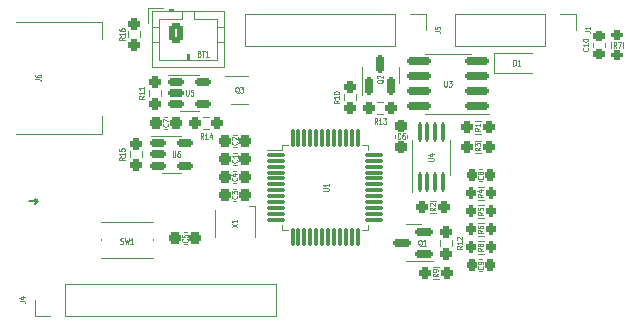
<source format=gbr>
%TF.GenerationSoftware,KiCad,Pcbnew,6.0.2-378541a8eb~116~ubuntu20.04.1*%
%TF.CreationDate,2022-02-24T19:36:22+01:00*%
%TF.ProjectId,Scale,5363616c-652e-46b6-9963-61645f706362,rev?*%
%TF.SameCoordinates,Original*%
%TF.FileFunction,Legend,Top*%
%TF.FilePolarity,Positive*%
%FSLAX46Y46*%
G04 Gerber Fmt 4.6, Leading zero omitted, Abs format (unit mm)*
G04 Created by KiCad (PCBNEW 6.0.2-378541a8eb~116~ubuntu20.04.1) date 2022-02-24 19:36:22*
%MOMM*%
%LPD*%
G01*
G04 APERTURE LIST*
G04 Aperture macros list*
%AMRoundRect*
0 Rectangle with rounded corners*
0 $1 Rounding radius*
0 $2 $3 $4 $5 $6 $7 $8 $9 X,Y pos of 4 corners*
0 Add a 4 corners polygon primitive as box body*
4,1,4,$2,$3,$4,$5,$6,$7,$8,$9,$2,$3,0*
0 Add four circle primitives for the rounded corners*
1,1,$1+$1,$2,$3*
1,1,$1+$1,$4,$5*
1,1,$1+$1,$6,$7*
1,1,$1+$1,$8,$9*
0 Add four rect primitives between the rounded corners*
20,1,$1+$1,$2,$3,$4,$5,0*
20,1,$1+$1,$4,$5,$6,$7,0*
20,1,$1+$1,$6,$7,$8,$9,0*
20,1,$1+$1,$8,$9,$2,$3,0*%
%AMFreePoly0*
4,1,14,0.500000,-0.520000,0.480000,-0.540000,0.440000,-0.590000,0.400000,-0.650000,0.370000,-0.700000,0.350000,-0.750000,0.330000,-0.810000,0.310000,-0.890000,0.300000,-1.000000,0.300000,-3.200000,-0.500000,-3.200000,-0.500000,0.500000,0.500000,0.500000,0.500000,-0.520000,0.500000,-0.520000,$1*%
%AMFreePoly1*
4,1,14,0.500000,-3.000000,-0.300000,-3.000000,-0.300000,-1.000000,-0.310000,-0.890000,-0.330000,-0.810000,-0.350000,-0.750000,-0.370000,-0.700000,-0.400000,-0.650000,-0.440000,-0.590000,-0.480000,-0.540000,-0.500000,-0.520000,-0.500000,0.500000,0.500000,0.500000,0.500000,-3.000000,0.500000,-3.000000,$1*%
G04 Aperture macros list end*
%ADD10C,0.060000*%
%ADD11C,0.153000*%
%ADD12C,0.120000*%
%ADD13C,0.150000*%
%ADD14C,0.100000*%
%ADD15C,1.000000*%
%ADD16FreePoly0,270.000000*%
%ADD17FreePoly1,270.000000*%
%ADD18R,3.500000X1.000000*%
%ADD19O,1.050000X1.350000*%
%ADD20C,1.050000*%
%ADD21R,0.700000X0.300000*%
%ADD22O,1.400000X0.800000*%
%ADD23O,3.000000X3.300000*%
%ADD24C,2.200000*%
%ADD25R,1.700000X1.700000*%
%ADD26O,1.700000X1.700000*%
%ADD27R,1.050000X0.950000*%
%ADD28RoundRect,0.075000X-0.662500X-0.075000X0.662500X-0.075000X0.662500X0.075000X-0.662500X0.075000X0*%
%ADD29RoundRect,0.075000X-0.075000X-0.662500X0.075000X-0.662500X0.075000X0.662500X-0.075000X0.662500X0*%
%ADD30RoundRect,0.237500X0.250000X0.237500X-0.250000X0.237500X-0.250000X-0.237500X0.250000X-0.237500X0*%
%ADD31RoundRect,0.237500X0.300000X0.237500X-0.300000X0.237500X-0.300000X-0.237500X0.300000X-0.237500X0*%
%ADD32RoundRect,0.237500X-0.237500X0.250000X-0.237500X-0.250000X0.237500X-0.250000X0.237500X0.250000X0*%
%ADD33RoundRect,0.200000X-0.200000X-0.275000X0.200000X-0.275000X0.200000X0.275000X-0.200000X0.275000X0*%
%ADD34RoundRect,0.237500X-0.250000X-0.237500X0.250000X-0.237500X0.250000X0.237500X-0.250000X0.237500X0*%
%ADD35RoundRect,0.200000X-0.275000X0.200000X-0.275000X-0.200000X0.275000X-0.200000X0.275000X0.200000X0*%
%ADD36RoundRect,0.100000X0.100000X-0.712500X0.100000X0.712500X-0.100000X0.712500X-0.100000X-0.712500X0*%
%ADD37RoundRect,0.150000X0.150000X-0.587500X0.150000X0.587500X-0.150000X0.587500X-0.150000X-0.587500X0*%
%ADD38RoundRect,0.200000X0.200000X0.275000X-0.200000X0.275000X-0.200000X-0.275000X0.200000X-0.275000X0*%
%ADD39RoundRect,0.150000X0.825000X0.150000X-0.825000X0.150000X-0.825000X-0.150000X0.825000X-0.150000X0*%
%ADD40RoundRect,0.237500X-0.300000X-0.237500X0.300000X-0.237500X0.300000X0.237500X-0.300000X0.237500X0*%
%ADD41R,0.900000X1.000000*%
%ADD42RoundRect,0.150000X-0.512500X-0.150000X0.512500X-0.150000X0.512500X0.150000X-0.512500X0.150000X0*%
%ADD43R,0.650000X0.400000*%
%ADD44RoundRect,0.250000X-0.350000X-0.625000X0.350000X-0.625000X0.350000X0.625000X-0.350000X0.625000X0*%
%ADD45O,1.200000X1.750000*%
%ADD46RoundRect,0.237500X-0.237500X0.300000X-0.237500X-0.300000X0.237500X-0.300000X0.237500X0.300000X0*%
%ADD47RoundRect,0.225000X-0.225000X-0.250000X0.225000X-0.250000X0.225000X0.250000X-0.225000X0.250000X0*%
%ADD48RoundRect,0.237500X0.237500X-0.250000X0.237500X0.250000X-0.237500X0.250000X-0.237500X-0.250000X0*%
%ADD49RoundRect,0.225000X0.250000X-0.225000X0.250000X0.225000X-0.250000X0.225000X-0.250000X-0.225000X0*%
%ADD50R,1.000000X1.000000*%
%ADD51RoundRect,0.150000X0.587500X0.150000X-0.587500X0.150000X-0.587500X-0.150000X0.587500X-0.150000X0*%
G04 APERTURE END LIST*
D10*
%TO.C,J6*%
X100310190Y-52457333D02*
X100667333Y-52457333D01*
X100738761Y-52476380D01*
X100786380Y-52514476D01*
X100810190Y-52571619D01*
X100810190Y-52609714D01*
X100310190Y-52095428D02*
X100310190Y-52171619D01*
X100334000Y-52209714D01*
X100357809Y-52228761D01*
X100429238Y-52266857D01*
X100524476Y-52285904D01*
X100714952Y-52285904D01*
X100762571Y-52266857D01*
X100786380Y-52247809D01*
X100810190Y-52209714D01*
X100810190Y-52133523D01*
X100786380Y-52095428D01*
X100762571Y-52076380D01*
X100714952Y-52057333D01*
X100595904Y-52057333D01*
X100548285Y-52076380D01*
X100524476Y-52095428D01*
X100500666Y-52133523D01*
X100500666Y-52209714D01*
X100524476Y-52247809D01*
X100548285Y-52266857D01*
X100595904Y-52285904D01*
%TO.C,X1*%
X116947190Y-64966809D02*
X117447190Y-64700142D01*
X116947190Y-64700142D02*
X117447190Y-64966809D01*
X117447190Y-64338238D02*
X117447190Y-64566809D01*
X117447190Y-64452523D02*
X116947190Y-64452523D01*
X117018619Y-64490619D01*
X117066238Y-64528714D01*
X117090047Y-64566809D01*
%TO.C,U1*%
X124694190Y-61899761D02*
X125098952Y-61899761D01*
X125146571Y-61880714D01*
X125170380Y-61861666D01*
X125194190Y-61823571D01*
X125194190Y-61747380D01*
X125170380Y-61709285D01*
X125146571Y-61690238D01*
X125098952Y-61671190D01*
X124694190Y-61671190D01*
X125194190Y-61271190D02*
X125194190Y-61499761D01*
X125194190Y-61385476D02*
X124694190Y-61385476D01*
X124765619Y-61423571D01*
X124813238Y-61461666D01*
X124837047Y-61499761D01*
%TO.C,R14*%
X114550857Y-57503190D02*
X114417523Y-57265095D01*
X114322285Y-57503190D02*
X114322285Y-57003190D01*
X114474666Y-57003190D01*
X114512761Y-57027000D01*
X114531809Y-57050809D01*
X114550857Y-57098428D01*
X114550857Y-57169857D01*
X114531809Y-57217476D01*
X114512761Y-57241285D01*
X114474666Y-57265095D01*
X114322285Y-57265095D01*
X114931809Y-57503190D02*
X114703238Y-57503190D01*
X114817523Y-57503190D02*
X114817523Y-57003190D01*
X114779428Y-57074619D01*
X114741333Y-57122238D01*
X114703238Y-57146047D01*
X115274666Y-57169857D02*
X115274666Y-57503190D01*
X115179428Y-56979380D02*
X115084190Y-57336523D01*
X115331809Y-57336523D01*
%TO.C,J5*%
X134136190Y-48393333D02*
X134493333Y-48393333D01*
X134564761Y-48412380D01*
X134612380Y-48450476D01*
X134636190Y-48507619D01*
X134636190Y-48545714D01*
X134136190Y-48012380D02*
X134136190Y-48202857D01*
X134374285Y-48221904D01*
X134350476Y-48202857D01*
X134326666Y-48164761D01*
X134326666Y-48069523D01*
X134350476Y-48031428D01*
X134374285Y-48012380D01*
X134421904Y-47993333D01*
X134540952Y-47993333D01*
X134588571Y-48012380D01*
X134612380Y-48031428D01*
X134636190Y-48069523D01*
X134636190Y-48164761D01*
X134612380Y-48202857D01*
X134588571Y-48221904D01*
%TO.C,C2*%
X117426071Y-57724666D02*
X117449880Y-57743714D01*
X117473690Y-57800857D01*
X117473690Y-57838952D01*
X117449880Y-57896095D01*
X117402261Y-57934190D01*
X117354642Y-57953238D01*
X117259404Y-57972285D01*
X117187976Y-57972285D01*
X117092738Y-57953238D01*
X117045119Y-57934190D01*
X116997500Y-57896095D01*
X116973690Y-57838952D01*
X116973690Y-57800857D01*
X116997500Y-57743714D01*
X117021309Y-57724666D01*
X117021309Y-57572285D02*
X116997500Y-57553238D01*
X116973690Y-57515142D01*
X116973690Y-57419904D01*
X116997500Y-57381809D01*
X117021309Y-57362761D01*
X117068928Y-57343714D01*
X117116547Y-57343714D01*
X117187976Y-57362761D01*
X117473690Y-57591333D01*
X117473690Y-57343714D01*
%TO.C,R12*%
X136497190Y-66551142D02*
X136259095Y-66684476D01*
X136497190Y-66779714D02*
X135997190Y-66779714D01*
X135997190Y-66627333D01*
X136021000Y-66589238D01*
X136044809Y-66570190D01*
X136092428Y-66551142D01*
X136163857Y-66551142D01*
X136211476Y-66570190D01*
X136235285Y-66589238D01*
X136259095Y-66627333D01*
X136259095Y-66779714D01*
X136497190Y-66170190D02*
X136497190Y-66398761D01*
X136497190Y-66284476D02*
X135997190Y-66284476D01*
X136068619Y-66322571D01*
X136116238Y-66360666D01*
X136140047Y-66398761D01*
X136044809Y-66017809D02*
X136021000Y-65998761D01*
X135997190Y-65960666D01*
X135997190Y-65865428D01*
X136021000Y-65827333D01*
X136044809Y-65808285D01*
X136092428Y-65789238D01*
X136140047Y-65789238D01*
X136211476Y-65808285D01*
X136497190Y-66036857D01*
X136497190Y-65789238D01*
%TO.C,R13*%
X129282857Y-56233190D02*
X129149523Y-55995095D01*
X129054285Y-56233190D02*
X129054285Y-55733190D01*
X129206666Y-55733190D01*
X129244761Y-55757000D01*
X129263809Y-55780809D01*
X129282857Y-55828428D01*
X129282857Y-55899857D01*
X129263809Y-55947476D01*
X129244761Y-55971285D01*
X129206666Y-55995095D01*
X129054285Y-55995095D01*
X129663809Y-56233190D02*
X129435238Y-56233190D01*
X129549523Y-56233190D02*
X129549523Y-55733190D01*
X129511428Y-55804619D01*
X129473333Y-55852238D01*
X129435238Y-55876047D01*
X129797142Y-55733190D02*
X130044761Y-55733190D01*
X129911428Y-55923666D01*
X129968571Y-55923666D01*
X130006666Y-55947476D01*
X130025714Y-55971285D01*
X130044761Y-56018904D01*
X130044761Y-56137952D01*
X130025714Y-56185571D01*
X130006666Y-56209380D01*
X129968571Y-56233190D01*
X129854285Y-56233190D01*
X129816190Y-56209380D01*
X129797142Y-56185571D01*
%TO.C,R1*%
X138021190Y-56581666D02*
X137783095Y-56715000D01*
X138021190Y-56810238D02*
X137521190Y-56810238D01*
X137521190Y-56657857D01*
X137545000Y-56619761D01*
X137568809Y-56600714D01*
X137616428Y-56581666D01*
X137687857Y-56581666D01*
X137735476Y-56600714D01*
X137759285Y-56619761D01*
X137783095Y-56657857D01*
X137783095Y-56810238D01*
X138021190Y-56200714D02*
X138021190Y-56429285D01*
X138021190Y-56315000D02*
X137521190Y-56315000D01*
X137592619Y-56353095D01*
X137640238Y-56391190D01*
X137664047Y-56429285D01*
%TO.C,R5*%
X138275190Y-63693666D02*
X138037095Y-63827000D01*
X138275190Y-63922238D02*
X137775190Y-63922238D01*
X137775190Y-63769857D01*
X137799000Y-63731761D01*
X137822809Y-63712714D01*
X137870428Y-63693666D01*
X137941857Y-63693666D01*
X137989476Y-63712714D01*
X138013285Y-63731761D01*
X138037095Y-63769857D01*
X138037095Y-63922238D01*
X137775190Y-63331761D02*
X137775190Y-63522238D01*
X138013285Y-63541285D01*
X137989476Y-63522238D01*
X137965666Y-63484142D01*
X137965666Y-63388904D01*
X137989476Y-63350809D01*
X138013285Y-63331761D01*
X138060904Y-63312714D01*
X138179952Y-63312714D01*
X138227571Y-63331761D01*
X138251380Y-63350809D01*
X138275190Y-63388904D01*
X138275190Y-63484142D01*
X138251380Y-63522238D01*
X138227571Y-63541285D01*
%TO.C,R9*%
X134465190Y-68900666D02*
X134227095Y-69034000D01*
X134465190Y-69129238D02*
X133965190Y-69129238D01*
X133965190Y-68976857D01*
X133989000Y-68938761D01*
X134012809Y-68919714D01*
X134060428Y-68900666D01*
X134131857Y-68900666D01*
X134179476Y-68919714D01*
X134203285Y-68938761D01*
X134227095Y-68976857D01*
X134227095Y-69129238D01*
X134465190Y-68710190D02*
X134465190Y-68634000D01*
X134441380Y-68595904D01*
X134417571Y-68576857D01*
X134346142Y-68538761D01*
X134250904Y-68519714D01*
X134060428Y-68519714D01*
X134012809Y-68538761D01*
X133989000Y-68557809D01*
X133965190Y-68595904D01*
X133965190Y-68672095D01*
X133989000Y-68710190D01*
X134012809Y-68729238D01*
X134060428Y-68748285D01*
X134179476Y-68748285D01*
X134227095Y-68729238D01*
X134250904Y-68710190D01*
X134274714Y-68672095D01*
X134274714Y-68595904D01*
X134250904Y-68557809D01*
X134227095Y-68538761D01*
X134179476Y-68519714D01*
%TO.C,R15*%
X107922190Y-59058142D02*
X107684095Y-59191476D01*
X107922190Y-59286714D02*
X107422190Y-59286714D01*
X107422190Y-59134333D01*
X107446000Y-59096238D01*
X107469809Y-59077190D01*
X107517428Y-59058142D01*
X107588857Y-59058142D01*
X107636476Y-59077190D01*
X107660285Y-59096238D01*
X107684095Y-59134333D01*
X107684095Y-59286714D01*
X107922190Y-58677190D02*
X107922190Y-58905761D01*
X107922190Y-58791476D02*
X107422190Y-58791476D01*
X107493619Y-58829571D01*
X107541238Y-58867666D01*
X107565047Y-58905761D01*
X107422190Y-58315285D02*
X107422190Y-58505761D01*
X107660285Y-58524809D01*
X107636476Y-58505761D01*
X107612666Y-58467666D01*
X107612666Y-58372428D01*
X107636476Y-58334333D01*
X107660285Y-58315285D01*
X107707904Y-58296238D01*
X107826952Y-58296238D01*
X107874571Y-58315285D01*
X107898380Y-58334333D01*
X107922190Y-58372428D01*
X107922190Y-58467666D01*
X107898380Y-58505761D01*
X107874571Y-58524809D01*
%TO.C,R7*%
X149539333Y-49756190D02*
X149406000Y-49518095D01*
X149310761Y-49756190D02*
X149310761Y-49256190D01*
X149463142Y-49256190D01*
X149501238Y-49280000D01*
X149520285Y-49303809D01*
X149539333Y-49351428D01*
X149539333Y-49422857D01*
X149520285Y-49470476D01*
X149501238Y-49494285D01*
X149463142Y-49518095D01*
X149310761Y-49518095D01*
X149672666Y-49256190D02*
X149939333Y-49256190D01*
X149767904Y-49756190D01*
%TO.C,R2*%
X134211190Y-63312666D02*
X133973095Y-63446000D01*
X134211190Y-63541238D02*
X133711190Y-63541238D01*
X133711190Y-63388857D01*
X133735000Y-63350761D01*
X133758809Y-63331714D01*
X133806428Y-63312666D01*
X133877857Y-63312666D01*
X133925476Y-63331714D01*
X133949285Y-63350761D01*
X133973095Y-63388857D01*
X133973095Y-63541238D01*
X133758809Y-63160285D02*
X133735000Y-63141238D01*
X133711190Y-63103142D01*
X133711190Y-63007904D01*
X133735000Y-62969809D01*
X133758809Y-62950761D01*
X133806428Y-62931714D01*
X133854047Y-62931714D01*
X133925476Y-62950761D01*
X134211190Y-63179333D01*
X134211190Y-62931714D01*
%TO.C,U4*%
X133584190Y-59359761D02*
X133988952Y-59359761D01*
X134036571Y-59340714D01*
X134060380Y-59321666D01*
X134084190Y-59283571D01*
X134084190Y-59207380D01*
X134060380Y-59169285D01*
X134036571Y-59150238D01*
X133988952Y-59131190D01*
X133584190Y-59131190D01*
X133750857Y-58769285D02*
X134084190Y-58769285D01*
X133560380Y-58864523D02*
X133917523Y-58959761D01*
X133917523Y-58712142D01*
%TO.C,Q2*%
X129813809Y-52489095D02*
X129790000Y-52527190D01*
X129742380Y-52565285D01*
X129670952Y-52622428D01*
X129647142Y-52660523D01*
X129647142Y-52698619D01*
X129766190Y-52679571D02*
X129742380Y-52717666D01*
X129694761Y-52755761D01*
X129599523Y-52774809D01*
X129432857Y-52774809D01*
X129337619Y-52755761D01*
X129290000Y-52717666D01*
X129266190Y-52679571D01*
X129266190Y-52603380D01*
X129290000Y-52565285D01*
X129337619Y-52527190D01*
X129432857Y-52508142D01*
X129599523Y-52508142D01*
X129694761Y-52527190D01*
X129742380Y-52565285D01*
X129766190Y-52603380D01*
X129766190Y-52679571D01*
X129313809Y-52355761D02*
X129290000Y-52336714D01*
X129266190Y-52298619D01*
X129266190Y-52203380D01*
X129290000Y-52165285D01*
X129313809Y-52146238D01*
X129361428Y-52127190D01*
X129409047Y-52127190D01*
X129480476Y-52146238D01*
X129766190Y-52374809D01*
X129766190Y-52127190D01*
%TO.C,R4*%
X138275190Y-62169666D02*
X138037095Y-62303000D01*
X138275190Y-62398238D02*
X137775190Y-62398238D01*
X137775190Y-62245857D01*
X137799000Y-62207761D01*
X137822809Y-62188714D01*
X137870428Y-62169666D01*
X137941857Y-62169666D01*
X137989476Y-62188714D01*
X138013285Y-62207761D01*
X138037095Y-62245857D01*
X138037095Y-62398238D01*
X137941857Y-61826809D02*
X138275190Y-61826809D01*
X137751380Y-61922047D02*
X138108523Y-62017285D01*
X138108523Y-61769666D01*
%TO.C,R10*%
X126083190Y-54232142D02*
X125845095Y-54365476D01*
X126083190Y-54460714D02*
X125583190Y-54460714D01*
X125583190Y-54308333D01*
X125607000Y-54270238D01*
X125630809Y-54251190D01*
X125678428Y-54232142D01*
X125749857Y-54232142D01*
X125797476Y-54251190D01*
X125821285Y-54270238D01*
X125845095Y-54308333D01*
X125845095Y-54460714D01*
X126083190Y-53851190D02*
X126083190Y-54079761D01*
X126083190Y-53965476D02*
X125583190Y-53965476D01*
X125654619Y-54003571D01*
X125702238Y-54041666D01*
X125726047Y-54079761D01*
X125583190Y-53603571D02*
X125583190Y-53565476D01*
X125607000Y-53527380D01*
X125630809Y-53508333D01*
X125678428Y-53489285D01*
X125773666Y-53470238D01*
X125892714Y-53470238D01*
X125987952Y-53489285D01*
X126035571Y-53508333D01*
X126059380Y-53527380D01*
X126083190Y-53565476D01*
X126083190Y-53603571D01*
X126059380Y-53641666D01*
X126035571Y-53660714D01*
X125987952Y-53679761D01*
X125892714Y-53698809D01*
X125773666Y-53698809D01*
X125678428Y-53679761D01*
X125630809Y-53660714D01*
X125607000Y-53641666D01*
X125583190Y-53603571D01*
%TO.C,U3*%
X134950238Y-52558190D02*
X134950238Y-52962952D01*
X134969285Y-53010571D01*
X134988333Y-53034380D01*
X135026428Y-53058190D01*
X135102619Y-53058190D01*
X135140714Y-53034380D01*
X135159761Y-53010571D01*
X135178809Y-52962952D01*
X135178809Y-52558190D01*
X135331190Y-52558190D02*
X135578809Y-52558190D01*
X135445476Y-52748666D01*
X135502619Y-52748666D01*
X135540714Y-52772476D01*
X135559761Y-52796285D01*
X135578809Y-52843904D01*
X135578809Y-52962952D01*
X135559761Y-53010571D01*
X135540714Y-53034380D01*
X135502619Y-53058190D01*
X135388333Y-53058190D01*
X135350238Y-53034380D01*
X135331190Y-53010571D01*
%TO.C,R6*%
X138275190Y-65217666D02*
X138037095Y-65351000D01*
X138275190Y-65446238D02*
X137775190Y-65446238D01*
X137775190Y-65293857D01*
X137799000Y-65255761D01*
X137822809Y-65236714D01*
X137870428Y-65217666D01*
X137941857Y-65217666D01*
X137989476Y-65236714D01*
X138013285Y-65255761D01*
X138037095Y-65293857D01*
X138037095Y-65446238D01*
X137775190Y-64874809D02*
X137775190Y-64951000D01*
X137799000Y-64989095D01*
X137822809Y-65008142D01*
X137894238Y-65046238D01*
X137989476Y-65065285D01*
X138179952Y-65065285D01*
X138227571Y-65046238D01*
X138251380Y-65027190D01*
X138275190Y-64989095D01*
X138275190Y-64912904D01*
X138251380Y-64874809D01*
X138227571Y-64855761D01*
X138179952Y-64836714D01*
X138060904Y-64836714D01*
X138013285Y-64855761D01*
X137989476Y-64874809D01*
X137965666Y-64912904D01*
X137965666Y-64989095D01*
X137989476Y-65027190D01*
X138013285Y-65046238D01*
X138060904Y-65065285D01*
%TO.C,C7*%
X111557571Y-56200666D02*
X111581380Y-56219714D01*
X111605190Y-56276857D01*
X111605190Y-56314952D01*
X111581380Y-56372095D01*
X111533761Y-56410190D01*
X111486142Y-56429238D01*
X111390904Y-56448285D01*
X111319476Y-56448285D01*
X111224238Y-56429238D01*
X111176619Y-56410190D01*
X111129000Y-56372095D01*
X111105190Y-56314952D01*
X111105190Y-56276857D01*
X111129000Y-56219714D01*
X111152809Y-56200666D01*
X111105190Y-56067333D02*
X111105190Y-55800666D01*
X111605190Y-55972095D01*
%TO.C,SW1*%
X107543666Y-66369380D02*
X107600809Y-66393190D01*
X107696047Y-66393190D01*
X107734142Y-66369380D01*
X107753190Y-66345571D01*
X107772238Y-66297952D01*
X107772238Y-66250333D01*
X107753190Y-66202714D01*
X107734142Y-66178904D01*
X107696047Y-66155095D01*
X107619857Y-66131285D01*
X107581761Y-66107476D01*
X107562714Y-66083666D01*
X107543666Y-66036047D01*
X107543666Y-65988428D01*
X107562714Y-65940809D01*
X107581761Y-65917000D01*
X107619857Y-65893190D01*
X107715095Y-65893190D01*
X107772238Y-65917000D01*
X107905571Y-65893190D02*
X108000809Y-66393190D01*
X108077000Y-66036047D01*
X108153190Y-66393190D01*
X108248428Y-65893190D01*
X108610333Y-66393190D02*
X108381761Y-66393190D01*
X108496047Y-66393190D02*
X108496047Y-65893190D01*
X108457952Y-65964619D01*
X108419857Y-66012238D01*
X108381761Y-66036047D01*
%TO.C,U6*%
X111963238Y-58527190D02*
X111963238Y-58931952D01*
X111982285Y-58979571D01*
X112001333Y-59003380D01*
X112039428Y-59027190D01*
X112115619Y-59027190D01*
X112153714Y-59003380D01*
X112172761Y-58979571D01*
X112191809Y-58931952D01*
X112191809Y-58527190D01*
X112553714Y-58527190D02*
X112477523Y-58527190D01*
X112439428Y-58551000D01*
X112420380Y-58574809D01*
X112382285Y-58646238D01*
X112363238Y-58741476D01*
X112363238Y-58931952D01*
X112382285Y-58979571D01*
X112401333Y-59003380D01*
X112439428Y-59027190D01*
X112515619Y-59027190D01*
X112553714Y-59003380D01*
X112572761Y-58979571D01*
X112591809Y-58931952D01*
X112591809Y-58812904D01*
X112572761Y-58765285D01*
X112553714Y-58741476D01*
X112515619Y-58717666D01*
X112439428Y-58717666D01*
X112401333Y-58741476D01*
X112382285Y-58765285D01*
X112363238Y-58812904D01*
%TO.C,U5*%
X113091238Y-53320190D02*
X113091238Y-53724952D01*
X113110285Y-53772571D01*
X113129333Y-53796380D01*
X113167428Y-53820190D01*
X113243619Y-53820190D01*
X113281714Y-53796380D01*
X113300761Y-53772571D01*
X113319809Y-53724952D01*
X113319809Y-53320190D01*
X113700761Y-53320190D02*
X113510285Y-53320190D01*
X113491238Y-53558285D01*
X113510285Y-53534476D01*
X113548380Y-53510666D01*
X113643619Y-53510666D01*
X113681714Y-53534476D01*
X113700761Y-53558285D01*
X113719809Y-53605904D01*
X113719809Y-53724952D01*
X113700761Y-53772571D01*
X113681714Y-53796380D01*
X113643619Y-53820190D01*
X113548380Y-53820190D01*
X113510285Y-53796380D01*
X113491238Y-53772571D01*
%TO.C,C5*%
X113208571Y-65979666D02*
X113232380Y-65998714D01*
X113256190Y-66055857D01*
X113256190Y-66093952D01*
X113232380Y-66151095D01*
X113184761Y-66189190D01*
X113137142Y-66208238D01*
X113041904Y-66227285D01*
X112970476Y-66227285D01*
X112875238Y-66208238D01*
X112827619Y-66189190D01*
X112780000Y-66151095D01*
X112756190Y-66093952D01*
X112756190Y-66055857D01*
X112780000Y-65998714D01*
X112803809Y-65979666D01*
X112756190Y-65617761D02*
X112756190Y-65808238D01*
X112994285Y-65827285D01*
X112970476Y-65808238D01*
X112946666Y-65770142D01*
X112946666Y-65674904D01*
X112970476Y-65636809D01*
X112994285Y-65617761D01*
X113041904Y-65598714D01*
X113160952Y-65598714D01*
X113208571Y-65617761D01*
X113232380Y-65636809D01*
X113256190Y-65674904D01*
X113256190Y-65770142D01*
X113232380Y-65808238D01*
X113208571Y-65827285D01*
%TO.C,Q3*%
X117563904Y-53613809D02*
X117525809Y-53590000D01*
X117487714Y-53542380D01*
X117430571Y-53470952D01*
X117392476Y-53447142D01*
X117354380Y-53447142D01*
X117373428Y-53566190D02*
X117335333Y-53542380D01*
X117297238Y-53494761D01*
X117278190Y-53399523D01*
X117278190Y-53232857D01*
X117297238Y-53137619D01*
X117335333Y-53090000D01*
X117373428Y-53066190D01*
X117449619Y-53066190D01*
X117487714Y-53090000D01*
X117525809Y-53137619D01*
X117544857Y-53232857D01*
X117544857Y-53399523D01*
X117525809Y-53494761D01*
X117487714Y-53542380D01*
X117449619Y-53566190D01*
X117373428Y-53566190D01*
X117678190Y-53066190D02*
X117925809Y-53066190D01*
X117792476Y-53256666D01*
X117849619Y-53256666D01*
X117887714Y-53280476D01*
X117906761Y-53304285D01*
X117925809Y-53351904D01*
X117925809Y-53470952D01*
X117906761Y-53518571D01*
X117887714Y-53542380D01*
X117849619Y-53566190D01*
X117735333Y-53566190D01*
X117697238Y-53542380D01*
X117678190Y-53518571D01*
%TO.C,R3*%
X138021190Y-58232666D02*
X137783095Y-58366000D01*
X138021190Y-58461238D02*
X137521190Y-58461238D01*
X137521190Y-58308857D01*
X137545000Y-58270761D01*
X137568809Y-58251714D01*
X137616428Y-58232666D01*
X137687857Y-58232666D01*
X137735476Y-58251714D01*
X137759285Y-58270761D01*
X137783095Y-58308857D01*
X137783095Y-58461238D01*
X137521190Y-58099333D02*
X137521190Y-57851714D01*
X137711666Y-57985047D01*
X137711666Y-57927904D01*
X137735476Y-57889809D01*
X137759285Y-57870761D01*
X137806904Y-57851714D01*
X137925952Y-57851714D01*
X137973571Y-57870761D01*
X137997380Y-57889809D01*
X138021190Y-57927904D01*
X138021190Y-58042190D01*
X137997380Y-58080285D01*
X137973571Y-58099333D01*
%TO.C,BT1*%
X114239714Y-50256285D02*
X114296857Y-50280095D01*
X114315904Y-50303904D01*
X114334952Y-50351523D01*
X114334952Y-50422952D01*
X114315904Y-50470571D01*
X114296857Y-50494380D01*
X114258761Y-50518190D01*
X114106380Y-50518190D01*
X114106380Y-50018190D01*
X114239714Y-50018190D01*
X114277809Y-50042000D01*
X114296857Y-50065809D01*
X114315904Y-50113428D01*
X114315904Y-50161047D01*
X114296857Y-50208666D01*
X114277809Y-50232476D01*
X114239714Y-50256285D01*
X114106380Y-50256285D01*
X114449238Y-50018190D02*
X114677809Y-50018190D01*
X114563523Y-50518190D02*
X114563523Y-50018190D01*
X115020666Y-50518190D02*
X114792095Y-50518190D01*
X114906380Y-50518190D02*
X114906380Y-50018190D01*
X114868285Y-50089619D01*
X114830190Y-50137238D01*
X114792095Y-50161047D01*
%TO.C,J4*%
X98996190Y-71253333D02*
X99353333Y-71253333D01*
X99424761Y-71272380D01*
X99472380Y-71310476D01*
X99496190Y-71367619D01*
X99496190Y-71405714D01*
X99162857Y-70891428D02*
X99496190Y-70891428D01*
X98972380Y-70986666D02*
X99329523Y-71081904D01*
X99329523Y-70834285D01*
%TO.C,J1*%
X146836190Y-48393333D02*
X147193333Y-48393333D01*
X147264761Y-48412380D01*
X147312380Y-48450476D01*
X147336190Y-48507619D01*
X147336190Y-48545714D01*
X147336190Y-47993333D02*
X147336190Y-48221904D01*
X147336190Y-48107619D02*
X146836190Y-48107619D01*
X146907619Y-48145714D01*
X146955238Y-48183809D01*
X146979047Y-48221904D01*
%TO.C,C6*%
X131251333Y-57455571D02*
X131232285Y-57479380D01*
X131175142Y-57503190D01*
X131137047Y-57503190D01*
X131079904Y-57479380D01*
X131041809Y-57431761D01*
X131022761Y-57384142D01*
X131003714Y-57288904D01*
X131003714Y-57217476D01*
X131022761Y-57122238D01*
X131041809Y-57074619D01*
X131079904Y-57027000D01*
X131137047Y-57003190D01*
X131175142Y-57003190D01*
X131232285Y-57027000D01*
X131251333Y-57050809D01*
X131594190Y-57003190D02*
X131518000Y-57003190D01*
X131479904Y-57027000D01*
X131460857Y-57050809D01*
X131422761Y-57122238D01*
X131403714Y-57217476D01*
X131403714Y-57407952D01*
X131422761Y-57455571D01*
X131441809Y-57479380D01*
X131479904Y-57503190D01*
X131556095Y-57503190D01*
X131594190Y-57479380D01*
X131613238Y-57455571D01*
X131632285Y-57407952D01*
X131632285Y-57288904D01*
X131613238Y-57241285D01*
X131594190Y-57217476D01*
X131556095Y-57193666D01*
X131479904Y-57193666D01*
X131441809Y-57217476D01*
X131422761Y-57241285D01*
X131403714Y-57288904D01*
%TO.C,C9*%
X138227571Y-68265666D02*
X138251380Y-68284714D01*
X138275190Y-68341857D01*
X138275190Y-68379952D01*
X138251380Y-68437095D01*
X138203761Y-68475190D01*
X138156142Y-68494238D01*
X138060904Y-68513285D01*
X137989476Y-68513285D01*
X137894238Y-68494238D01*
X137846619Y-68475190D01*
X137799000Y-68437095D01*
X137775190Y-68379952D01*
X137775190Y-68341857D01*
X137799000Y-68284714D01*
X137822809Y-68265666D01*
X138275190Y-68075190D02*
X138275190Y-67999000D01*
X138251380Y-67960904D01*
X138227571Y-67941857D01*
X138156142Y-67903761D01*
X138060904Y-67884714D01*
X137870428Y-67884714D01*
X137822809Y-67903761D01*
X137799000Y-67922809D01*
X137775190Y-67960904D01*
X137775190Y-68037095D01*
X137799000Y-68075190D01*
X137822809Y-68094238D01*
X137870428Y-68113285D01*
X137989476Y-68113285D01*
X138037095Y-68094238D01*
X138060904Y-68075190D01*
X138084714Y-68037095D01*
X138084714Y-67960904D01*
X138060904Y-67922809D01*
X138037095Y-67903761D01*
X137989476Y-67884714D01*
%TO.C,R16*%
X107922190Y-48898142D02*
X107684095Y-49031476D01*
X107922190Y-49126714D02*
X107422190Y-49126714D01*
X107422190Y-48974333D01*
X107446000Y-48936238D01*
X107469809Y-48917190D01*
X107517428Y-48898142D01*
X107588857Y-48898142D01*
X107636476Y-48917190D01*
X107660285Y-48936238D01*
X107684095Y-48974333D01*
X107684095Y-49126714D01*
X107922190Y-48517190D02*
X107922190Y-48745761D01*
X107922190Y-48631476D02*
X107422190Y-48631476D01*
X107493619Y-48669571D01*
X107541238Y-48707666D01*
X107565047Y-48745761D01*
X107422190Y-48174333D02*
X107422190Y-48250523D01*
X107446000Y-48288619D01*
X107469809Y-48307666D01*
X107541238Y-48345761D01*
X107636476Y-48364809D01*
X107826952Y-48364809D01*
X107874571Y-48345761D01*
X107898380Y-48326714D01*
X107922190Y-48288619D01*
X107922190Y-48212428D01*
X107898380Y-48174333D01*
X107874571Y-48155285D01*
X107826952Y-48136238D01*
X107707904Y-48136238D01*
X107660285Y-48155285D01*
X107636476Y-48174333D01*
X107612666Y-48212428D01*
X107612666Y-48288619D01*
X107636476Y-48326714D01*
X107660285Y-48345761D01*
X107707904Y-48364809D01*
%TO.C,C8*%
X138227571Y-60645666D02*
X138251380Y-60664714D01*
X138275190Y-60721857D01*
X138275190Y-60759952D01*
X138251380Y-60817095D01*
X138203761Y-60855190D01*
X138156142Y-60874238D01*
X138060904Y-60893285D01*
X137989476Y-60893285D01*
X137894238Y-60874238D01*
X137846619Y-60855190D01*
X137799000Y-60817095D01*
X137775190Y-60759952D01*
X137775190Y-60721857D01*
X137799000Y-60664714D01*
X137822809Y-60645666D01*
X137989476Y-60417095D02*
X137965666Y-60455190D01*
X137941857Y-60474238D01*
X137894238Y-60493285D01*
X137870428Y-60493285D01*
X137822809Y-60474238D01*
X137799000Y-60455190D01*
X137775190Y-60417095D01*
X137775190Y-60340904D01*
X137799000Y-60302809D01*
X137822809Y-60283761D01*
X137870428Y-60264714D01*
X137894238Y-60264714D01*
X137941857Y-60283761D01*
X137965666Y-60302809D01*
X137989476Y-60340904D01*
X137989476Y-60417095D01*
X138013285Y-60455190D01*
X138037095Y-60474238D01*
X138084714Y-60493285D01*
X138179952Y-60493285D01*
X138227571Y-60474238D01*
X138251380Y-60455190D01*
X138275190Y-60417095D01*
X138275190Y-60340904D01*
X138251380Y-60302809D01*
X138227571Y-60283761D01*
X138179952Y-60264714D01*
X138084714Y-60264714D01*
X138037095Y-60283761D01*
X138013285Y-60302809D01*
X137989476Y-60340904D01*
%TO.C,C10*%
X147117571Y-49787142D02*
X147141380Y-49806190D01*
X147165190Y-49863333D01*
X147165190Y-49901428D01*
X147141380Y-49958571D01*
X147093761Y-49996666D01*
X147046142Y-50015714D01*
X146950904Y-50034761D01*
X146879476Y-50034761D01*
X146784238Y-50015714D01*
X146736619Y-49996666D01*
X146689000Y-49958571D01*
X146665190Y-49901428D01*
X146665190Y-49863333D01*
X146689000Y-49806190D01*
X146712809Y-49787142D01*
X147165190Y-49406190D02*
X147165190Y-49634761D01*
X147165190Y-49520476D02*
X146665190Y-49520476D01*
X146736619Y-49558571D01*
X146784238Y-49596666D01*
X146808047Y-49634761D01*
X146665190Y-49158571D02*
X146665190Y-49120476D01*
X146689000Y-49082380D01*
X146712809Y-49063333D01*
X146760428Y-49044285D01*
X146855666Y-49025238D01*
X146974714Y-49025238D01*
X147069952Y-49044285D01*
X147117571Y-49063333D01*
X147141380Y-49082380D01*
X147165190Y-49120476D01*
X147165190Y-49158571D01*
X147141380Y-49196666D01*
X147117571Y-49215714D01*
X147069952Y-49234761D01*
X146974714Y-49253809D01*
X146855666Y-49253809D01*
X146760428Y-49234761D01*
X146712809Y-49215714D01*
X146689000Y-49196666D01*
X146665190Y-49158571D01*
%TO.C,C4*%
X117399571Y-60772666D02*
X117423380Y-60791714D01*
X117447190Y-60848857D01*
X117447190Y-60886952D01*
X117423380Y-60944095D01*
X117375761Y-60982190D01*
X117328142Y-61001238D01*
X117232904Y-61020285D01*
X117161476Y-61020285D01*
X117066238Y-61001238D01*
X117018619Y-60982190D01*
X116971000Y-60944095D01*
X116947190Y-60886952D01*
X116947190Y-60848857D01*
X116971000Y-60791714D01*
X116994809Y-60772666D01*
X117113857Y-60429809D02*
X117447190Y-60429809D01*
X116923380Y-60525047D02*
X117280523Y-60620285D01*
X117280523Y-60372666D01*
%TO.C,C3*%
X117399571Y-62296666D02*
X117423380Y-62315714D01*
X117447190Y-62372857D01*
X117447190Y-62410952D01*
X117423380Y-62468095D01*
X117375761Y-62506190D01*
X117328142Y-62525238D01*
X117232904Y-62544285D01*
X117161476Y-62544285D01*
X117066238Y-62525238D01*
X117018619Y-62506190D01*
X116971000Y-62468095D01*
X116947190Y-62410952D01*
X116947190Y-62372857D01*
X116971000Y-62315714D01*
X116994809Y-62296666D01*
X116947190Y-62163333D02*
X116947190Y-61915714D01*
X117137666Y-62049047D01*
X117137666Y-61991904D01*
X117161476Y-61953809D01*
X117185285Y-61934761D01*
X117232904Y-61915714D01*
X117351952Y-61915714D01*
X117399571Y-61934761D01*
X117423380Y-61953809D01*
X117447190Y-61991904D01*
X117447190Y-62106190D01*
X117423380Y-62144285D01*
X117399571Y-62163333D01*
%TO.C,R8*%
X138275190Y-66741666D02*
X138037095Y-66875000D01*
X138275190Y-66970238D02*
X137775190Y-66970238D01*
X137775190Y-66817857D01*
X137799000Y-66779761D01*
X137822809Y-66760714D01*
X137870428Y-66741666D01*
X137941857Y-66741666D01*
X137989476Y-66760714D01*
X138013285Y-66779761D01*
X138037095Y-66817857D01*
X138037095Y-66970238D01*
X137989476Y-66513095D02*
X137965666Y-66551190D01*
X137941857Y-66570238D01*
X137894238Y-66589285D01*
X137870428Y-66589285D01*
X137822809Y-66570238D01*
X137799000Y-66551190D01*
X137775190Y-66513095D01*
X137775190Y-66436904D01*
X137799000Y-66398809D01*
X137822809Y-66379761D01*
X137870428Y-66360714D01*
X137894238Y-66360714D01*
X137941857Y-66379761D01*
X137965666Y-66398809D01*
X137989476Y-66436904D01*
X137989476Y-66513095D01*
X138013285Y-66551190D01*
X138037095Y-66570238D01*
X138084714Y-66589285D01*
X138179952Y-66589285D01*
X138227571Y-66570238D01*
X138251380Y-66551190D01*
X138275190Y-66513095D01*
X138275190Y-66436904D01*
X138251380Y-66398809D01*
X138227571Y-66379761D01*
X138179952Y-66360714D01*
X138084714Y-66360714D01*
X138037095Y-66379761D01*
X138013285Y-66398809D01*
X137989476Y-66436904D01*
%TO.C,R11*%
X109573190Y-53851142D02*
X109335095Y-53984476D01*
X109573190Y-54079714D02*
X109073190Y-54079714D01*
X109073190Y-53927333D01*
X109097000Y-53889238D01*
X109120809Y-53870190D01*
X109168428Y-53851142D01*
X109239857Y-53851142D01*
X109287476Y-53870190D01*
X109311285Y-53889238D01*
X109335095Y-53927333D01*
X109335095Y-54079714D01*
X109573190Y-53470190D02*
X109573190Y-53698761D01*
X109573190Y-53584476D02*
X109073190Y-53584476D01*
X109144619Y-53622571D01*
X109192238Y-53660666D01*
X109216047Y-53698761D01*
X109573190Y-53089238D02*
X109573190Y-53317809D01*
X109573190Y-53203523D02*
X109073190Y-53203523D01*
X109144619Y-53241619D01*
X109192238Y-53279714D01*
X109216047Y-53317809D01*
%TO.C,D1*%
X140801761Y-51280190D02*
X140801761Y-50780190D01*
X140897000Y-50780190D01*
X140954142Y-50804000D01*
X140992238Y-50851619D01*
X141011285Y-50899238D01*
X141030333Y-50994476D01*
X141030333Y-51065904D01*
X141011285Y-51161142D01*
X140992238Y-51208761D01*
X140954142Y-51256380D01*
X140897000Y-51280190D01*
X140801761Y-51280190D01*
X141411285Y-51280190D02*
X141182714Y-51280190D01*
X141297000Y-51280190D02*
X141297000Y-50780190D01*
X141258904Y-50851619D01*
X141220809Y-50899238D01*
X141182714Y-50923047D01*
%TO.C,C1*%
X117426071Y-59248666D02*
X117449880Y-59267714D01*
X117473690Y-59324857D01*
X117473690Y-59362952D01*
X117449880Y-59420095D01*
X117402261Y-59458190D01*
X117354642Y-59477238D01*
X117259404Y-59496285D01*
X117187976Y-59496285D01*
X117092738Y-59477238D01*
X117045119Y-59458190D01*
X116997500Y-59420095D01*
X116973690Y-59362952D01*
X116973690Y-59324857D01*
X116997500Y-59267714D01*
X117021309Y-59248666D01*
X117473690Y-58867714D02*
X117473690Y-59096285D01*
X117473690Y-58982000D02*
X116973690Y-58982000D01*
X117045119Y-59020095D01*
X117092738Y-59058190D01*
X117116547Y-59096285D01*
%TO.C,Q1*%
X133057904Y-66567809D02*
X133019809Y-66544000D01*
X132981714Y-66496380D01*
X132924571Y-66424952D01*
X132886476Y-66401142D01*
X132848380Y-66401142D01*
X132867428Y-66520190D02*
X132829333Y-66496380D01*
X132791238Y-66448761D01*
X132772190Y-66353523D01*
X132772190Y-66186857D01*
X132791238Y-66091619D01*
X132829333Y-66044000D01*
X132867428Y-66020190D01*
X132943619Y-66020190D01*
X132981714Y-66044000D01*
X133019809Y-66091619D01*
X133038857Y-66186857D01*
X133038857Y-66353523D01*
X133019809Y-66448761D01*
X132981714Y-66496380D01*
X132943619Y-66520190D01*
X132867428Y-66520190D01*
X133419809Y-66520190D02*
X133191238Y-66520190D01*
X133305523Y-66520190D02*
X133305523Y-66020190D01*
X133267428Y-66091619D01*
X133229333Y-66139238D01*
X133191238Y-66163047D01*
D11*
%TO.C,J2*%
X100550000Y-62786000D02*
X99823000Y-62786000D01*
X100350000Y-62586000D02*
X100550000Y-62786000D01*
X100550000Y-62786000D02*
X100350000Y-62986000D01*
D12*
%TO.C,J6*%
X105954000Y-47574000D02*
X105954000Y-49074000D01*
X105954000Y-55574000D02*
X105954000Y-57074000D01*
X105954000Y-57074000D02*
X98694000Y-57074000D01*
X105954000Y-47574000D02*
X98694000Y-47574000D01*
%TO.C,X1*%
X118391000Y-63183000D02*
X118931000Y-63183000D01*
X115511000Y-65783000D02*
X115511000Y-63503000D01*
X118931000Y-63183000D02*
X118931000Y-65793000D01*
%TO.C,U1*%
X121257500Y-65205000D02*
X121257500Y-64755000D01*
X128477500Y-65205000D02*
X128477500Y-64755000D01*
X128027500Y-57985000D02*
X128477500Y-57985000D01*
X121257500Y-57985000D02*
X121257500Y-58435000D01*
X121707500Y-57985000D02*
X121257500Y-57985000D01*
X121707500Y-65205000D02*
X121257500Y-65205000D01*
X128477500Y-57985000D02*
X128477500Y-58435000D01*
X121257500Y-58435000D02*
X119967500Y-58435000D01*
X128027500Y-65205000D02*
X128477500Y-65205000D01*
%TO.C,R14*%
X115062724Y-56656500D02*
X114553276Y-56656500D01*
X115062724Y-55611500D02*
X114553276Y-55611500D01*
%TO.C,J5*%
X130810000Y-46930000D02*
X130810000Y-49590000D01*
X118050000Y-46930000D02*
X118050000Y-49590000D01*
X132080000Y-46930000D02*
X133410000Y-46930000D01*
X133410000Y-46930000D02*
X133410000Y-48260000D01*
X130810000Y-49590000D02*
X118050000Y-49590000D01*
X130810000Y-46930000D02*
X118050000Y-46930000D01*
%TO.C,C2*%
X117393767Y-57148000D02*
X117101233Y-57148000D01*
X117393767Y-58168000D02*
X117101233Y-58168000D01*
%TO.C,R12*%
X134605500Y-66039276D02*
X134605500Y-66548724D01*
X135650500Y-66039276D02*
X135650500Y-66548724D01*
%TO.C,R13*%
X129794724Y-54341500D02*
X129285276Y-54341500D01*
X129794724Y-55386500D02*
X129285276Y-55386500D01*
%TO.C,R1*%
X138049724Y-57037500D02*
X137540276Y-57037500D01*
X138049724Y-55992500D02*
X137540276Y-55992500D01*
%TO.C,R5*%
X137811742Y-64149500D02*
X138286258Y-64149500D01*
X137811742Y-63104500D02*
X138286258Y-63104500D01*
%TO.C,R9*%
X133984276Y-68311500D02*
X134493724Y-68311500D01*
X133984276Y-69356500D02*
X134493724Y-69356500D01*
%TO.C,R15*%
X108316500Y-58546276D02*
X108316500Y-59055724D01*
X109361500Y-58546276D02*
X109361500Y-59055724D01*
%TO.C,R7*%
X150128500Y-49292742D02*
X150128500Y-49767258D01*
X149083500Y-49292742D02*
X149083500Y-49767258D01*
%TO.C,R2*%
X133730276Y-62723500D02*
X134239724Y-62723500D01*
X133730276Y-63768500D02*
X134239724Y-63768500D01*
%TO.C,U4*%
X132248000Y-59055000D02*
X132248000Y-61980000D01*
X135468000Y-59055000D02*
X135468000Y-57555000D01*
X135468000Y-59055000D02*
X135468000Y-60555000D01*
X132248000Y-59055000D02*
X132248000Y-57555000D01*
%TO.C,Q2*%
X131100000Y-52070000D02*
X131100000Y-51420000D01*
X127980000Y-52070000D02*
X127980000Y-51420000D01*
X131100000Y-52070000D02*
X131100000Y-52720000D01*
X127980000Y-52070000D02*
X127980000Y-53745000D01*
%TO.C,R4*%
X138286258Y-62625500D02*
X137811742Y-62625500D01*
X138286258Y-61580500D02*
X137811742Y-61580500D01*
%TO.C,R10*%
X127522500Y-53720276D02*
X127522500Y-54229724D01*
X126477500Y-53720276D02*
X126477500Y-54229724D01*
%TO.C,U3*%
X135255000Y-55392000D02*
X138705000Y-55392000D01*
X135255000Y-55392000D02*
X133305000Y-55392000D01*
X135255000Y-50272000D02*
X133305000Y-50272000D01*
X135255000Y-50272000D02*
X137205000Y-50272000D01*
%TO.C,R6*%
X137811742Y-64628500D02*
X138286258Y-64628500D01*
X137811742Y-65673500D02*
X138286258Y-65673500D01*
%TO.C,C7*%
X111232733Y-56644000D02*
X111525267Y-56644000D01*
X111232733Y-55624000D02*
X111525267Y-55624000D01*
%TO.C,SW1*%
X105877000Y-67590000D02*
X110277000Y-67590000D01*
X110277000Y-66090000D02*
X110277000Y-65990000D01*
X110277000Y-64490000D02*
X105877000Y-64490000D01*
X105877000Y-66090000D02*
X105877000Y-65990000D01*
%TO.C,U6*%
X111887000Y-60361000D02*
X112687000Y-60361000D01*
X111887000Y-57241000D02*
X112687000Y-57241000D01*
X111887000Y-60361000D02*
X111087000Y-60361000D01*
X111887000Y-57241000D02*
X110087000Y-57241000D01*
%TO.C,U5*%
X113396000Y-52050000D02*
X111596000Y-52050000D01*
X113396000Y-55170000D02*
X112596000Y-55170000D01*
X113396000Y-52050000D02*
X114196000Y-52050000D01*
X113396000Y-55170000D02*
X114196000Y-55170000D01*
%TO.C,C5*%
X112883733Y-65403000D02*
X113176267Y-65403000D01*
X112883733Y-66423000D02*
X113176267Y-66423000D01*
%TO.C,Q3*%
X116902000Y-54500000D02*
X118302000Y-54500000D01*
X118302000Y-52180000D02*
X116402000Y-52180000D01*
%TO.C,R3*%
X137540276Y-57643500D02*
X138049724Y-57643500D01*
X137540276Y-58688500D02*
X138049724Y-58688500D01*
%TO.C,BT1*%
X111158000Y-46404000D02*
X109908000Y-46404000D01*
X111968000Y-46604000D02*
X111668000Y-46604000D01*
X110818000Y-47314000D02*
X110818000Y-50814000D01*
X110208000Y-46704000D02*
X110208000Y-51424000D01*
X110818000Y-50814000D02*
X115718000Y-50814000D01*
X111668000Y-46504000D02*
X111668000Y-46704000D01*
X113168000Y-50814000D02*
X113168000Y-50314000D01*
X113768000Y-47314000D02*
X113768000Y-46704000D01*
X112768000Y-46704000D02*
X112768000Y-47314000D01*
X110208000Y-51424000D02*
X116328000Y-51424000D01*
X116328000Y-49314000D02*
X115718000Y-49314000D01*
X110208000Y-48014000D02*
X110818000Y-48014000D01*
X112768000Y-47314000D02*
X110818000Y-47314000D01*
X111968000Y-46704000D02*
X111968000Y-46504000D01*
X116328000Y-46704000D02*
X110208000Y-46704000D01*
X113368000Y-50314000D02*
X113368000Y-50814000D01*
X113168000Y-50314000D02*
X113368000Y-50314000D01*
X115718000Y-47314000D02*
X113768000Y-47314000D01*
X115718000Y-50814000D02*
X115718000Y-47314000D01*
X109908000Y-46404000D02*
X109908000Y-47654000D01*
X116328000Y-48014000D02*
X115718000Y-48014000D01*
X110208000Y-49314000D02*
X110818000Y-49314000D01*
X113268000Y-50814000D02*
X113268000Y-50314000D01*
X116328000Y-51424000D02*
X116328000Y-46704000D01*
X111968000Y-46504000D02*
X111668000Y-46504000D01*
%TO.C,J4*%
X120710000Y-72450000D02*
X120710000Y-69790000D01*
X102870000Y-69790000D02*
X120710000Y-69790000D01*
X100270000Y-72450000D02*
X100270000Y-71120000D01*
X101600000Y-72450000D02*
X100270000Y-72450000D01*
X102870000Y-72450000D02*
X120710000Y-72450000D01*
X102870000Y-72450000D02*
X102870000Y-69790000D01*
%TO.C,J1*%
X146110000Y-46930000D02*
X146110000Y-48260000D01*
X144780000Y-46930000D02*
X146110000Y-46930000D01*
X143510000Y-49590000D02*
X135830000Y-49590000D01*
X143510000Y-46930000D02*
X135830000Y-46930000D01*
X143510000Y-46930000D02*
X143510000Y-49590000D01*
X135830000Y-46930000D02*
X135830000Y-49590000D01*
%TO.C,C6*%
X130808000Y-57130733D02*
X130808000Y-57423267D01*
X131828000Y-57130733D02*
X131828000Y-57423267D01*
%TO.C,C9*%
X137908420Y-68709000D02*
X138189580Y-68709000D01*
X137908420Y-67689000D02*
X138189580Y-67689000D01*
%TO.C,R16*%
X109234500Y-48895724D02*
X109234500Y-48386276D01*
X108189500Y-48895724D02*
X108189500Y-48386276D01*
%TO.C,C8*%
X137908420Y-61089000D02*
X138189580Y-61089000D01*
X137908420Y-60069000D02*
X138189580Y-60069000D01*
%TO.C,C10*%
X148592000Y-49670580D02*
X148592000Y-49389420D01*
X147572000Y-49670580D02*
X147572000Y-49389420D01*
%TO.C,C4*%
X117367267Y-61246000D02*
X117074733Y-61246000D01*
X117367267Y-60226000D02*
X117074733Y-60226000D01*
%TO.C,C3*%
X117367267Y-61720000D02*
X117074733Y-61720000D01*
X117367267Y-62740000D02*
X117074733Y-62740000D01*
%TO.C,R8*%
X137811742Y-66152500D02*
X138286258Y-66152500D01*
X137811742Y-67197500D02*
X138286258Y-67197500D01*
%TO.C,R11*%
X111012500Y-53339276D02*
X111012500Y-53848724D01*
X109967500Y-53339276D02*
X109967500Y-53848724D01*
%TO.C,D1*%
X139197000Y-50204000D02*
X139197000Y-51904000D01*
X139197000Y-51904000D02*
X142347000Y-51904000D01*
X139197000Y-50204000D02*
X142347000Y-50204000D01*
%TO.C,C1*%
X117393767Y-59692000D02*
X117101233Y-59692000D01*
X117393767Y-58672000D02*
X117101233Y-58672000D01*
%TO.C,Q1*%
X132334000Y-67854000D02*
X134009000Y-67854000D01*
X132334000Y-64734000D02*
X131684000Y-64734000D01*
X132334000Y-64734000D02*
X132984000Y-64734000D01*
X132334000Y-67854000D02*
X131684000Y-67854000D01*
%TD*%
%LPC*%
D13*
%TO.C,J2*%
X101550000Y-62286000D02*
X101550000Y-62136000D01*
X102050000Y-62436000D02*
X102200000Y-62436000D01*
X101900000Y-62286000D02*
X101900000Y-62136000D01*
X101050000Y-62436000D02*
X100900000Y-62436000D01*
X101200000Y-63286000D02*
X101200000Y-63436000D01*
X102050000Y-63136000D02*
X102200000Y-63136000D01*
X101550000Y-63286000D02*
X101550000Y-63436000D01*
X101200000Y-62286000D02*
X101200000Y-62136000D01*
X101900000Y-63286000D02*
X101900000Y-63436000D01*
X102050000Y-62786000D02*
X102200000Y-62786000D01*
X101050000Y-62786000D02*
X100900000Y-62786000D01*
X101050000Y-63136000D02*
X100900000Y-63136000D01*
D14*
X101100000Y-63236000D02*
X101100000Y-62336000D01*
X101100000Y-62336000D02*
X102000000Y-62336000D01*
X102000000Y-62336000D02*
X102000000Y-63236000D01*
X102000000Y-63236000D02*
X101100000Y-63236000D01*
G36*
X102000000Y-63236000D02*
G01*
X101100000Y-63236000D01*
X101100000Y-62336000D01*
X102000000Y-62336000D01*
X102000000Y-63236000D01*
G37*
X102000000Y-63236000D02*
X101100000Y-63236000D01*
X101100000Y-62336000D01*
X102000000Y-62336000D01*
X102000000Y-63236000D01*
%TD*%
D15*
%TO.C,J2*%
X99100000Y-62786000D03*
X97625000Y-62786000D03*
D16*
X100100000Y-61786000D03*
D17*
X100100000Y-63786000D03*
D18*
X98850000Y-65786000D03*
%TD*%
D19*
%TO.C,J6*%
X104944000Y-55924000D03*
D20*
X104944000Y-48724000D03*
D21*
X105604000Y-49574000D03*
X105604000Y-50074000D03*
X105604000Y-50574000D03*
X105604000Y-51074000D03*
X105604000Y-51574000D03*
X105604000Y-52074000D03*
X105604000Y-52574000D03*
X105604000Y-53074000D03*
X105604000Y-53574000D03*
X105604000Y-54074000D03*
X105604000Y-54574000D03*
X105604000Y-55074000D03*
X103904000Y-54824000D03*
X103904000Y-54324000D03*
X103904000Y-53824000D03*
X103904000Y-53324000D03*
X103904000Y-52824000D03*
X103904000Y-52324000D03*
X103904000Y-51824000D03*
X103904000Y-51324000D03*
X103904000Y-50824000D03*
X103904000Y-50324000D03*
X103904000Y-49824000D03*
X103904000Y-49324000D03*
D22*
X103694000Y-56454000D03*
X103694000Y-48194000D03*
X97744000Y-47834000D03*
X97744000Y-56814000D03*
%TD*%
D23*
%TO.C,SW2*%
X152539000Y-59440000D03*
X141339000Y-59440000D03*
D24*
X149439000Y-66940000D03*
X144439000Y-66940000D03*
X146939000Y-66940000D03*
X149439000Y-52440000D03*
X144439000Y-52440000D03*
%TD*%
D25*
%TO.C,J3*%
X121980000Y-71076000D03*
D26*
X124520000Y-71076000D03*
X127060000Y-71076000D03*
X129600000Y-71076000D03*
%TD*%
D27*
%TO.C,X1*%
X118146000Y-63918000D03*
X116296000Y-63918000D03*
X116296000Y-65368000D03*
X118146000Y-65368000D03*
%TD*%
D28*
%TO.C,U1*%
X120705000Y-58845000D03*
X120705000Y-59345000D03*
X120705000Y-59845000D03*
X120705000Y-60345000D03*
X120705000Y-60845000D03*
X120705000Y-61345000D03*
X120705000Y-61845000D03*
X120705000Y-62345000D03*
X120705000Y-62845000D03*
X120705000Y-63345000D03*
X120705000Y-63845000D03*
X120705000Y-64345000D03*
D29*
X122117500Y-65757500D03*
X122617500Y-65757500D03*
X123117500Y-65757500D03*
X123617500Y-65757500D03*
X124117500Y-65757500D03*
X124617500Y-65757500D03*
X125117500Y-65757500D03*
X125617500Y-65757500D03*
X126117500Y-65757500D03*
X126617500Y-65757500D03*
X127117500Y-65757500D03*
X127617500Y-65757500D03*
D28*
X129030000Y-64345000D03*
X129030000Y-63845000D03*
X129030000Y-63345000D03*
X129030000Y-62845000D03*
X129030000Y-62345000D03*
X129030000Y-61845000D03*
X129030000Y-61345000D03*
X129030000Y-60845000D03*
X129030000Y-60345000D03*
X129030000Y-59845000D03*
X129030000Y-59345000D03*
X129030000Y-58845000D03*
D29*
X127617500Y-57432500D03*
X127117500Y-57432500D03*
X126617500Y-57432500D03*
X126117500Y-57432500D03*
X125617500Y-57432500D03*
X125117500Y-57432500D03*
X124617500Y-57432500D03*
X124117500Y-57432500D03*
X123617500Y-57432500D03*
X123117500Y-57432500D03*
X122617500Y-57432500D03*
X122117500Y-57432500D03*
%TD*%
D30*
%TO.C,R14*%
X115720500Y-56134000D03*
X113895500Y-56134000D03*
%TD*%
D25*
%TO.C,J5*%
X132080000Y-48260000D03*
D26*
X129540000Y-48260000D03*
X127000000Y-48260000D03*
X124460000Y-48260000D03*
X121920000Y-48260000D03*
X119380000Y-48260000D03*
%TD*%
D31*
%TO.C,C2*%
X118110000Y-57658000D03*
X116385000Y-57658000D03*
%TD*%
D32*
%TO.C,R12*%
X135128000Y-65381500D03*
X135128000Y-67206500D03*
%TD*%
D30*
%TO.C,R13*%
X130452500Y-54864000D03*
X128627500Y-54864000D03*
%TD*%
%TO.C,R1*%
X138707500Y-56515000D03*
X136882500Y-56515000D03*
%TD*%
D33*
%TO.C,R5*%
X137224000Y-63627000D03*
X138874000Y-63627000D03*
%TD*%
D34*
%TO.C,R9*%
X133326500Y-68834000D03*
X135151500Y-68834000D03*
%TD*%
D32*
%TO.C,R15*%
X108839000Y-57888500D03*
X108839000Y-59713500D03*
%TD*%
D35*
%TO.C,R7*%
X149606000Y-48705000D03*
X149606000Y-50355000D03*
%TD*%
D34*
%TO.C,R2*%
X133072500Y-63246000D03*
X134897500Y-63246000D03*
%TD*%
D36*
%TO.C,U4*%
X132883000Y-61167500D03*
X133533000Y-61167500D03*
X134183000Y-61167500D03*
X134833000Y-61167500D03*
X134833000Y-56942500D03*
X134183000Y-56942500D03*
X133533000Y-56942500D03*
X132883000Y-56942500D03*
%TD*%
D37*
%TO.C,Q2*%
X128590000Y-53007500D03*
X130490000Y-53007500D03*
X129540000Y-51132500D03*
%TD*%
D38*
%TO.C,R4*%
X138874000Y-62103000D03*
X137224000Y-62103000D03*
%TD*%
D32*
%TO.C,R10*%
X127000000Y-53062500D03*
X127000000Y-54887500D03*
%TD*%
D39*
%TO.C,U3*%
X137730000Y-54737000D03*
X137730000Y-53467000D03*
X137730000Y-52197000D03*
X137730000Y-50927000D03*
X132780000Y-50927000D03*
X132780000Y-52197000D03*
X132780000Y-53467000D03*
X132780000Y-54737000D03*
%TD*%
D33*
%TO.C,R6*%
X137224000Y-65151000D03*
X138874000Y-65151000D03*
%TD*%
D40*
%TO.C,C7*%
X110516500Y-56134000D03*
X112241500Y-56134000D03*
%TD*%
D41*
%TO.C,SW1*%
X110127000Y-65240000D03*
X106027000Y-65240000D03*
X110127000Y-66840000D03*
X106027000Y-66840000D03*
%TD*%
D42*
%TO.C,U6*%
X110749500Y-57851000D03*
X110749500Y-58801000D03*
X110749500Y-59751000D03*
X113024500Y-59751000D03*
X113024500Y-57851000D03*
%TD*%
%TO.C,U5*%
X112258500Y-52660000D03*
X112258500Y-53610000D03*
X112258500Y-54560000D03*
X114533500Y-54560000D03*
X114533500Y-52660000D03*
%TD*%
D40*
%TO.C,C5*%
X112167500Y-65913000D03*
X113892500Y-65913000D03*
%TD*%
D43*
%TO.C,Q3*%
X116652000Y-52690000D03*
X116652000Y-53340000D03*
X116652000Y-53990000D03*
X118552000Y-53990000D03*
X118552000Y-53340000D03*
X118552000Y-52690000D03*
%TD*%
D34*
%TO.C,R3*%
X136882500Y-58166000D03*
X138707500Y-58166000D03*
%TD*%
D44*
%TO.C,BT1*%
X112268000Y-48514000D03*
D45*
X114268000Y-48514000D03*
%TD*%
D25*
%TO.C,J4*%
X101600000Y-71120000D03*
D26*
X104140000Y-71120000D03*
X106680000Y-71120000D03*
X109220000Y-71120000D03*
X111760000Y-71120000D03*
X114300000Y-71120000D03*
X116840000Y-71120000D03*
X119380000Y-71120000D03*
%TD*%
D25*
%TO.C,J1*%
X144780000Y-48260000D03*
D26*
X142240000Y-48260000D03*
X139700000Y-48260000D03*
X137160000Y-48260000D03*
%TD*%
D46*
%TO.C,C6*%
X131318000Y-56414500D03*
X131318000Y-58139500D03*
%TD*%
D47*
%TO.C,C9*%
X137274000Y-68199000D03*
X138824000Y-68199000D03*
%TD*%
D48*
%TO.C,R16*%
X108712000Y-49553500D03*
X108712000Y-47728500D03*
%TD*%
D47*
%TO.C,C8*%
X137274000Y-60579000D03*
X138824000Y-60579000D03*
%TD*%
D49*
%TO.C,C10*%
X148082000Y-50305000D03*
X148082000Y-48755000D03*
%TD*%
D31*
%TO.C,C4*%
X118083500Y-60736000D03*
X116358500Y-60736000D03*
%TD*%
%TO.C,C3*%
X118083500Y-62230000D03*
X116358500Y-62230000D03*
%TD*%
D33*
%TO.C,R8*%
X137224000Y-66675000D03*
X138874000Y-66675000D03*
%TD*%
D32*
%TO.C,R11*%
X110490000Y-52681500D03*
X110490000Y-54506500D03*
%TD*%
D50*
%TO.C,D1*%
X139847000Y-51054000D03*
X142347000Y-51054000D03*
%TD*%
D31*
%TO.C,C1*%
X118110000Y-59182000D03*
X116385000Y-59182000D03*
%TD*%
D51*
%TO.C,Q1*%
X133271500Y-67244000D03*
X133271500Y-65344000D03*
X131396500Y-66294000D03*
%TD*%
M02*

</source>
